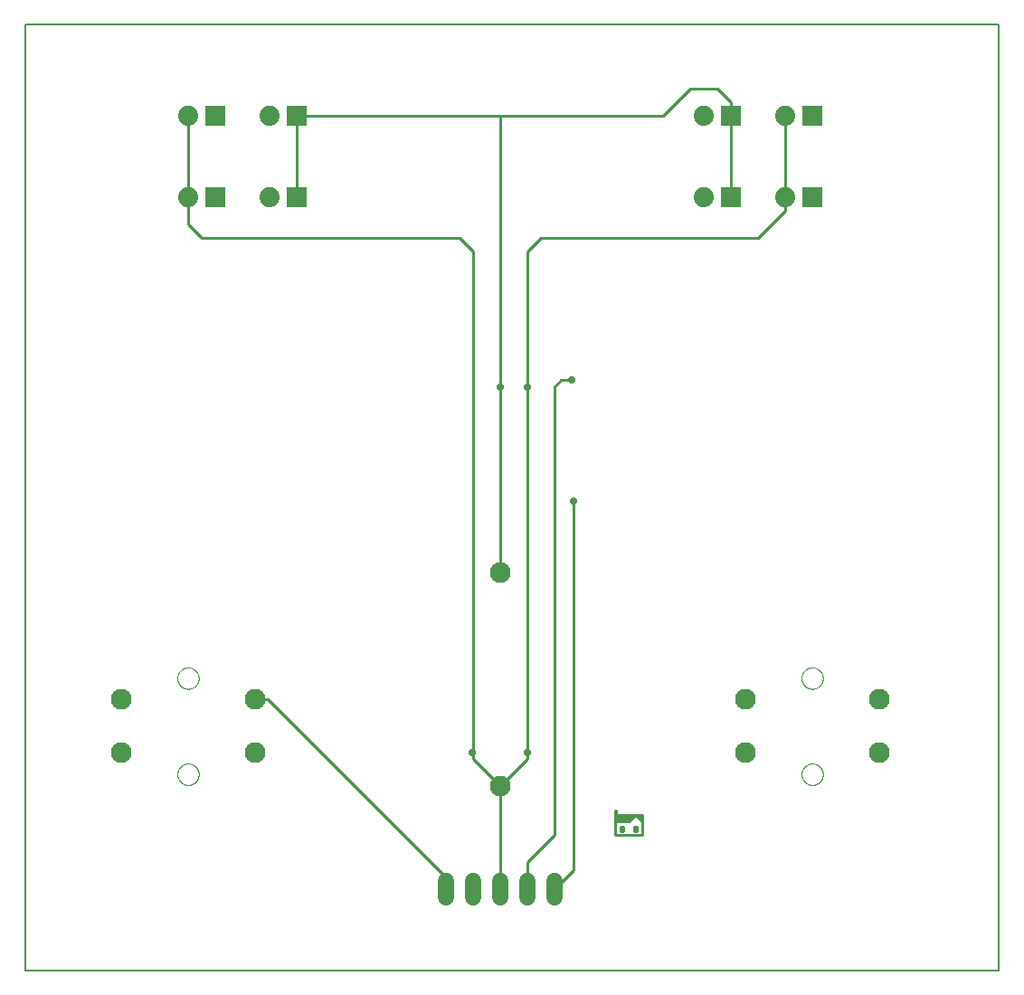
<source format=gbl>
G75*
%MOIN*%
%OFA0B0*%
%FSLAX25Y25*%
%IPPOS*%
%LPD*%
%AMOC8*
5,1,8,0,0,1.08239X$1,22.5*
%
%ADD10C,0.00600*%
%ADD11C,0.07677*%
%ADD12R,0.07400X0.07400*%
%ADD13C,0.07400*%
%ADD14C,0.00000*%
%ADD15C,0.01000*%
%ADD16C,0.06000*%
%ADD17C,0.02778*%
D10*
X0001300Y0001300D02*
X0001300Y0350001D01*
X0360001Y0350001D01*
X0360001Y0001300D01*
X0001300Y0001300D01*
D11*
X0036694Y0081457D03*
X0036694Y0101143D03*
X0085906Y0101143D03*
X0085906Y0081457D03*
X0176300Y0069213D03*
X0176300Y0147954D03*
X0266694Y0101143D03*
X0266694Y0081457D03*
X0315906Y0081457D03*
X0315906Y0101143D03*
D12*
X0291300Y0286300D03*
X0261300Y0286300D03*
X0261300Y0316300D03*
X0291300Y0316300D03*
X0101300Y0316300D03*
X0101300Y0286300D03*
X0071300Y0286300D03*
X0071300Y0316300D03*
D13*
X0061300Y0316300D03*
X0061300Y0286300D03*
X0091300Y0286300D03*
X0091300Y0316300D03*
X0251300Y0316300D03*
X0281300Y0316300D03*
X0281300Y0286300D03*
X0251300Y0286300D03*
D14*
X0287363Y0109017D02*
X0287365Y0109142D01*
X0287371Y0109267D01*
X0287381Y0109391D01*
X0287395Y0109515D01*
X0287412Y0109639D01*
X0287434Y0109762D01*
X0287460Y0109884D01*
X0287489Y0110006D01*
X0287522Y0110126D01*
X0287560Y0110245D01*
X0287600Y0110364D01*
X0287645Y0110480D01*
X0287693Y0110595D01*
X0287745Y0110709D01*
X0287801Y0110821D01*
X0287860Y0110931D01*
X0287922Y0111039D01*
X0287988Y0111146D01*
X0288057Y0111250D01*
X0288130Y0111351D01*
X0288205Y0111451D01*
X0288284Y0111548D01*
X0288366Y0111642D01*
X0288451Y0111734D01*
X0288538Y0111823D01*
X0288629Y0111909D01*
X0288722Y0111992D01*
X0288818Y0112073D01*
X0288916Y0112150D01*
X0289016Y0112224D01*
X0289119Y0112295D01*
X0289224Y0112362D01*
X0289332Y0112427D01*
X0289441Y0112487D01*
X0289552Y0112545D01*
X0289665Y0112598D01*
X0289779Y0112648D01*
X0289895Y0112695D01*
X0290012Y0112737D01*
X0290131Y0112776D01*
X0290251Y0112812D01*
X0290372Y0112843D01*
X0290494Y0112871D01*
X0290616Y0112894D01*
X0290740Y0112914D01*
X0290864Y0112930D01*
X0290988Y0112942D01*
X0291113Y0112950D01*
X0291238Y0112954D01*
X0291362Y0112954D01*
X0291487Y0112950D01*
X0291612Y0112942D01*
X0291736Y0112930D01*
X0291860Y0112914D01*
X0291984Y0112894D01*
X0292106Y0112871D01*
X0292228Y0112843D01*
X0292349Y0112812D01*
X0292469Y0112776D01*
X0292588Y0112737D01*
X0292705Y0112695D01*
X0292821Y0112648D01*
X0292935Y0112598D01*
X0293048Y0112545D01*
X0293159Y0112487D01*
X0293269Y0112427D01*
X0293376Y0112362D01*
X0293481Y0112295D01*
X0293584Y0112224D01*
X0293684Y0112150D01*
X0293782Y0112073D01*
X0293878Y0111992D01*
X0293971Y0111909D01*
X0294062Y0111823D01*
X0294149Y0111734D01*
X0294234Y0111642D01*
X0294316Y0111548D01*
X0294395Y0111451D01*
X0294470Y0111351D01*
X0294543Y0111250D01*
X0294612Y0111146D01*
X0294678Y0111039D01*
X0294740Y0110931D01*
X0294799Y0110821D01*
X0294855Y0110709D01*
X0294907Y0110595D01*
X0294955Y0110480D01*
X0295000Y0110364D01*
X0295040Y0110245D01*
X0295078Y0110126D01*
X0295111Y0110006D01*
X0295140Y0109884D01*
X0295166Y0109762D01*
X0295188Y0109639D01*
X0295205Y0109515D01*
X0295219Y0109391D01*
X0295229Y0109267D01*
X0295235Y0109142D01*
X0295237Y0109017D01*
X0295235Y0108892D01*
X0295229Y0108767D01*
X0295219Y0108643D01*
X0295205Y0108519D01*
X0295188Y0108395D01*
X0295166Y0108272D01*
X0295140Y0108150D01*
X0295111Y0108028D01*
X0295078Y0107908D01*
X0295040Y0107789D01*
X0295000Y0107670D01*
X0294955Y0107554D01*
X0294907Y0107439D01*
X0294855Y0107325D01*
X0294799Y0107213D01*
X0294740Y0107103D01*
X0294678Y0106995D01*
X0294612Y0106888D01*
X0294543Y0106784D01*
X0294470Y0106683D01*
X0294395Y0106583D01*
X0294316Y0106486D01*
X0294234Y0106392D01*
X0294149Y0106300D01*
X0294062Y0106211D01*
X0293971Y0106125D01*
X0293878Y0106042D01*
X0293782Y0105961D01*
X0293684Y0105884D01*
X0293584Y0105810D01*
X0293481Y0105739D01*
X0293376Y0105672D01*
X0293268Y0105607D01*
X0293159Y0105547D01*
X0293048Y0105489D01*
X0292935Y0105436D01*
X0292821Y0105386D01*
X0292705Y0105339D01*
X0292588Y0105297D01*
X0292469Y0105258D01*
X0292349Y0105222D01*
X0292228Y0105191D01*
X0292106Y0105163D01*
X0291984Y0105140D01*
X0291860Y0105120D01*
X0291736Y0105104D01*
X0291612Y0105092D01*
X0291487Y0105084D01*
X0291362Y0105080D01*
X0291238Y0105080D01*
X0291113Y0105084D01*
X0290988Y0105092D01*
X0290864Y0105104D01*
X0290740Y0105120D01*
X0290616Y0105140D01*
X0290494Y0105163D01*
X0290372Y0105191D01*
X0290251Y0105222D01*
X0290131Y0105258D01*
X0290012Y0105297D01*
X0289895Y0105339D01*
X0289779Y0105386D01*
X0289665Y0105436D01*
X0289552Y0105489D01*
X0289441Y0105547D01*
X0289331Y0105607D01*
X0289224Y0105672D01*
X0289119Y0105739D01*
X0289016Y0105810D01*
X0288916Y0105884D01*
X0288818Y0105961D01*
X0288722Y0106042D01*
X0288629Y0106125D01*
X0288538Y0106211D01*
X0288451Y0106300D01*
X0288366Y0106392D01*
X0288284Y0106486D01*
X0288205Y0106583D01*
X0288130Y0106683D01*
X0288057Y0106784D01*
X0287988Y0106888D01*
X0287922Y0106995D01*
X0287860Y0107103D01*
X0287801Y0107213D01*
X0287745Y0107325D01*
X0287693Y0107439D01*
X0287645Y0107554D01*
X0287600Y0107670D01*
X0287560Y0107789D01*
X0287522Y0107908D01*
X0287489Y0108028D01*
X0287460Y0108150D01*
X0287434Y0108272D01*
X0287412Y0108395D01*
X0287395Y0108519D01*
X0287381Y0108643D01*
X0287371Y0108767D01*
X0287365Y0108892D01*
X0287363Y0109017D01*
X0287363Y0073583D02*
X0287365Y0073708D01*
X0287371Y0073833D01*
X0287381Y0073957D01*
X0287395Y0074081D01*
X0287412Y0074205D01*
X0287434Y0074328D01*
X0287460Y0074450D01*
X0287489Y0074572D01*
X0287522Y0074692D01*
X0287560Y0074811D01*
X0287600Y0074930D01*
X0287645Y0075046D01*
X0287693Y0075161D01*
X0287745Y0075275D01*
X0287801Y0075387D01*
X0287860Y0075497D01*
X0287922Y0075605D01*
X0287988Y0075712D01*
X0288057Y0075816D01*
X0288130Y0075917D01*
X0288205Y0076017D01*
X0288284Y0076114D01*
X0288366Y0076208D01*
X0288451Y0076300D01*
X0288538Y0076389D01*
X0288629Y0076475D01*
X0288722Y0076558D01*
X0288818Y0076639D01*
X0288916Y0076716D01*
X0289016Y0076790D01*
X0289119Y0076861D01*
X0289224Y0076928D01*
X0289332Y0076993D01*
X0289441Y0077053D01*
X0289552Y0077111D01*
X0289665Y0077164D01*
X0289779Y0077214D01*
X0289895Y0077261D01*
X0290012Y0077303D01*
X0290131Y0077342D01*
X0290251Y0077378D01*
X0290372Y0077409D01*
X0290494Y0077437D01*
X0290616Y0077460D01*
X0290740Y0077480D01*
X0290864Y0077496D01*
X0290988Y0077508D01*
X0291113Y0077516D01*
X0291238Y0077520D01*
X0291362Y0077520D01*
X0291487Y0077516D01*
X0291612Y0077508D01*
X0291736Y0077496D01*
X0291860Y0077480D01*
X0291984Y0077460D01*
X0292106Y0077437D01*
X0292228Y0077409D01*
X0292349Y0077378D01*
X0292469Y0077342D01*
X0292588Y0077303D01*
X0292705Y0077261D01*
X0292821Y0077214D01*
X0292935Y0077164D01*
X0293048Y0077111D01*
X0293159Y0077053D01*
X0293269Y0076993D01*
X0293376Y0076928D01*
X0293481Y0076861D01*
X0293584Y0076790D01*
X0293684Y0076716D01*
X0293782Y0076639D01*
X0293878Y0076558D01*
X0293971Y0076475D01*
X0294062Y0076389D01*
X0294149Y0076300D01*
X0294234Y0076208D01*
X0294316Y0076114D01*
X0294395Y0076017D01*
X0294470Y0075917D01*
X0294543Y0075816D01*
X0294612Y0075712D01*
X0294678Y0075605D01*
X0294740Y0075497D01*
X0294799Y0075387D01*
X0294855Y0075275D01*
X0294907Y0075161D01*
X0294955Y0075046D01*
X0295000Y0074930D01*
X0295040Y0074811D01*
X0295078Y0074692D01*
X0295111Y0074572D01*
X0295140Y0074450D01*
X0295166Y0074328D01*
X0295188Y0074205D01*
X0295205Y0074081D01*
X0295219Y0073957D01*
X0295229Y0073833D01*
X0295235Y0073708D01*
X0295237Y0073583D01*
X0295235Y0073458D01*
X0295229Y0073333D01*
X0295219Y0073209D01*
X0295205Y0073085D01*
X0295188Y0072961D01*
X0295166Y0072838D01*
X0295140Y0072716D01*
X0295111Y0072594D01*
X0295078Y0072474D01*
X0295040Y0072355D01*
X0295000Y0072236D01*
X0294955Y0072120D01*
X0294907Y0072005D01*
X0294855Y0071891D01*
X0294799Y0071779D01*
X0294740Y0071669D01*
X0294678Y0071561D01*
X0294612Y0071454D01*
X0294543Y0071350D01*
X0294470Y0071249D01*
X0294395Y0071149D01*
X0294316Y0071052D01*
X0294234Y0070958D01*
X0294149Y0070866D01*
X0294062Y0070777D01*
X0293971Y0070691D01*
X0293878Y0070608D01*
X0293782Y0070527D01*
X0293684Y0070450D01*
X0293584Y0070376D01*
X0293481Y0070305D01*
X0293376Y0070238D01*
X0293268Y0070173D01*
X0293159Y0070113D01*
X0293048Y0070055D01*
X0292935Y0070002D01*
X0292821Y0069952D01*
X0292705Y0069905D01*
X0292588Y0069863D01*
X0292469Y0069824D01*
X0292349Y0069788D01*
X0292228Y0069757D01*
X0292106Y0069729D01*
X0291984Y0069706D01*
X0291860Y0069686D01*
X0291736Y0069670D01*
X0291612Y0069658D01*
X0291487Y0069650D01*
X0291362Y0069646D01*
X0291238Y0069646D01*
X0291113Y0069650D01*
X0290988Y0069658D01*
X0290864Y0069670D01*
X0290740Y0069686D01*
X0290616Y0069706D01*
X0290494Y0069729D01*
X0290372Y0069757D01*
X0290251Y0069788D01*
X0290131Y0069824D01*
X0290012Y0069863D01*
X0289895Y0069905D01*
X0289779Y0069952D01*
X0289665Y0070002D01*
X0289552Y0070055D01*
X0289441Y0070113D01*
X0289331Y0070173D01*
X0289224Y0070238D01*
X0289119Y0070305D01*
X0289016Y0070376D01*
X0288916Y0070450D01*
X0288818Y0070527D01*
X0288722Y0070608D01*
X0288629Y0070691D01*
X0288538Y0070777D01*
X0288451Y0070866D01*
X0288366Y0070958D01*
X0288284Y0071052D01*
X0288205Y0071149D01*
X0288130Y0071249D01*
X0288057Y0071350D01*
X0287988Y0071454D01*
X0287922Y0071561D01*
X0287860Y0071669D01*
X0287801Y0071779D01*
X0287745Y0071891D01*
X0287693Y0072005D01*
X0287645Y0072120D01*
X0287600Y0072236D01*
X0287560Y0072355D01*
X0287522Y0072474D01*
X0287489Y0072594D01*
X0287460Y0072716D01*
X0287434Y0072838D01*
X0287412Y0072961D01*
X0287395Y0073085D01*
X0287381Y0073209D01*
X0287371Y0073333D01*
X0287365Y0073458D01*
X0287363Y0073583D01*
X0057363Y0073583D02*
X0057365Y0073708D01*
X0057371Y0073833D01*
X0057381Y0073957D01*
X0057395Y0074081D01*
X0057412Y0074205D01*
X0057434Y0074328D01*
X0057460Y0074450D01*
X0057489Y0074572D01*
X0057522Y0074692D01*
X0057560Y0074811D01*
X0057600Y0074930D01*
X0057645Y0075046D01*
X0057693Y0075161D01*
X0057745Y0075275D01*
X0057801Y0075387D01*
X0057860Y0075497D01*
X0057922Y0075605D01*
X0057988Y0075712D01*
X0058057Y0075816D01*
X0058130Y0075917D01*
X0058205Y0076017D01*
X0058284Y0076114D01*
X0058366Y0076208D01*
X0058451Y0076300D01*
X0058538Y0076389D01*
X0058629Y0076475D01*
X0058722Y0076558D01*
X0058818Y0076639D01*
X0058916Y0076716D01*
X0059016Y0076790D01*
X0059119Y0076861D01*
X0059224Y0076928D01*
X0059332Y0076993D01*
X0059441Y0077053D01*
X0059552Y0077111D01*
X0059665Y0077164D01*
X0059779Y0077214D01*
X0059895Y0077261D01*
X0060012Y0077303D01*
X0060131Y0077342D01*
X0060251Y0077378D01*
X0060372Y0077409D01*
X0060494Y0077437D01*
X0060616Y0077460D01*
X0060740Y0077480D01*
X0060864Y0077496D01*
X0060988Y0077508D01*
X0061113Y0077516D01*
X0061238Y0077520D01*
X0061362Y0077520D01*
X0061487Y0077516D01*
X0061612Y0077508D01*
X0061736Y0077496D01*
X0061860Y0077480D01*
X0061984Y0077460D01*
X0062106Y0077437D01*
X0062228Y0077409D01*
X0062349Y0077378D01*
X0062469Y0077342D01*
X0062588Y0077303D01*
X0062705Y0077261D01*
X0062821Y0077214D01*
X0062935Y0077164D01*
X0063048Y0077111D01*
X0063159Y0077053D01*
X0063269Y0076993D01*
X0063376Y0076928D01*
X0063481Y0076861D01*
X0063584Y0076790D01*
X0063684Y0076716D01*
X0063782Y0076639D01*
X0063878Y0076558D01*
X0063971Y0076475D01*
X0064062Y0076389D01*
X0064149Y0076300D01*
X0064234Y0076208D01*
X0064316Y0076114D01*
X0064395Y0076017D01*
X0064470Y0075917D01*
X0064543Y0075816D01*
X0064612Y0075712D01*
X0064678Y0075605D01*
X0064740Y0075497D01*
X0064799Y0075387D01*
X0064855Y0075275D01*
X0064907Y0075161D01*
X0064955Y0075046D01*
X0065000Y0074930D01*
X0065040Y0074811D01*
X0065078Y0074692D01*
X0065111Y0074572D01*
X0065140Y0074450D01*
X0065166Y0074328D01*
X0065188Y0074205D01*
X0065205Y0074081D01*
X0065219Y0073957D01*
X0065229Y0073833D01*
X0065235Y0073708D01*
X0065237Y0073583D01*
X0065235Y0073458D01*
X0065229Y0073333D01*
X0065219Y0073209D01*
X0065205Y0073085D01*
X0065188Y0072961D01*
X0065166Y0072838D01*
X0065140Y0072716D01*
X0065111Y0072594D01*
X0065078Y0072474D01*
X0065040Y0072355D01*
X0065000Y0072236D01*
X0064955Y0072120D01*
X0064907Y0072005D01*
X0064855Y0071891D01*
X0064799Y0071779D01*
X0064740Y0071669D01*
X0064678Y0071561D01*
X0064612Y0071454D01*
X0064543Y0071350D01*
X0064470Y0071249D01*
X0064395Y0071149D01*
X0064316Y0071052D01*
X0064234Y0070958D01*
X0064149Y0070866D01*
X0064062Y0070777D01*
X0063971Y0070691D01*
X0063878Y0070608D01*
X0063782Y0070527D01*
X0063684Y0070450D01*
X0063584Y0070376D01*
X0063481Y0070305D01*
X0063376Y0070238D01*
X0063268Y0070173D01*
X0063159Y0070113D01*
X0063048Y0070055D01*
X0062935Y0070002D01*
X0062821Y0069952D01*
X0062705Y0069905D01*
X0062588Y0069863D01*
X0062469Y0069824D01*
X0062349Y0069788D01*
X0062228Y0069757D01*
X0062106Y0069729D01*
X0061984Y0069706D01*
X0061860Y0069686D01*
X0061736Y0069670D01*
X0061612Y0069658D01*
X0061487Y0069650D01*
X0061362Y0069646D01*
X0061238Y0069646D01*
X0061113Y0069650D01*
X0060988Y0069658D01*
X0060864Y0069670D01*
X0060740Y0069686D01*
X0060616Y0069706D01*
X0060494Y0069729D01*
X0060372Y0069757D01*
X0060251Y0069788D01*
X0060131Y0069824D01*
X0060012Y0069863D01*
X0059895Y0069905D01*
X0059779Y0069952D01*
X0059665Y0070002D01*
X0059552Y0070055D01*
X0059441Y0070113D01*
X0059331Y0070173D01*
X0059224Y0070238D01*
X0059119Y0070305D01*
X0059016Y0070376D01*
X0058916Y0070450D01*
X0058818Y0070527D01*
X0058722Y0070608D01*
X0058629Y0070691D01*
X0058538Y0070777D01*
X0058451Y0070866D01*
X0058366Y0070958D01*
X0058284Y0071052D01*
X0058205Y0071149D01*
X0058130Y0071249D01*
X0058057Y0071350D01*
X0057988Y0071454D01*
X0057922Y0071561D01*
X0057860Y0071669D01*
X0057801Y0071779D01*
X0057745Y0071891D01*
X0057693Y0072005D01*
X0057645Y0072120D01*
X0057600Y0072236D01*
X0057560Y0072355D01*
X0057522Y0072474D01*
X0057489Y0072594D01*
X0057460Y0072716D01*
X0057434Y0072838D01*
X0057412Y0072961D01*
X0057395Y0073085D01*
X0057381Y0073209D01*
X0057371Y0073333D01*
X0057365Y0073458D01*
X0057363Y0073583D01*
X0057363Y0109017D02*
X0057365Y0109142D01*
X0057371Y0109267D01*
X0057381Y0109391D01*
X0057395Y0109515D01*
X0057412Y0109639D01*
X0057434Y0109762D01*
X0057460Y0109884D01*
X0057489Y0110006D01*
X0057522Y0110126D01*
X0057560Y0110245D01*
X0057600Y0110364D01*
X0057645Y0110480D01*
X0057693Y0110595D01*
X0057745Y0110709D01*
X0057801Y0110821D01*
X0057860Y0110931D01*
X0057922Y0111039D01*
X0057988Y0111146D01*
X0058057Y0111250D01*
X0058130Y0111351D01*
X0058205Y0111451D01*
X0058284Y0111548D01*
X0058366Y0111642D01*
X0058451Y0111734D01*
X0058538Y0111823D01*
X0058629Y0111909D01*
X0058722Y0111992D01*
X0058818Y0112073D01*
X0058916Y0112150D01*
X0059016Y0112224D01*
X0059119Y0112295D01*
X0059224Y0112362D01*
X0059332Y0112427D01*
X0059441Y0112487D01*
X0059552Y0112545D01*
X0059665Y0112598D01*
X0059779Y0112648D01*
X0059895Y0112695D01*
X0060012Y0112737D01*
X0060131Y0112776D01*
X0060251Y0112812D01*
X0060372Y0112843D01*
X0060494Y0112871D01*
X0060616Y0112894D01*
X0060740Y0112914D01*
X0060864Y0112930D01*
X0060988Y0112942D01*
X0061113Y0112950D01*
X0061238Y0112954D01*
X0061362Y0112954D01*
X0061487Y0112950D01*
X0061612Y0112942D01*
X0061736Y0112930D01*
X0061860Y0112914D01*
X0061984Y0112894D01*
X0062106Y0112871D01*
X0062228Y0112843D01*
X0062349Y0112812D01*
X0062469Y0112776D01*
X0062588Y0112737D01*
X0062705Y0112695D01*
X0062821Y0112648D01*
X0062935Y0112598D01*
X0063048Y0112545D01*
X0063159Y0112487D01*
X0063269Y0112427D01*
X0063376Y0112362D01*
X0063481Y0112295D01*
X0063584Y0112224D01*
X0063684Y0112150D01*
X0063782Y0112073D01*
X0063878Y0111992D01*
X0063971Y0111909D01*
X0064062Y0111823D01*
X0064149Y0111734D01*
X0064234Y0111642D01*
X0064316Y0111548D01*
X0064395Y0111451D01*
X0064470Y0111351D01*
X0064543Y0111250D01*
X0064612Y0111146D01*
X0064678Y0111039D01*
X0064740Y0110931D01*
X0064799Y0110821D01*
X0064855Y0110709D01*
X0064907Y0110595D01*
X0064955Y0110480D01*
X0065000Y0110364D01*
X0065040Y0110245D01*
X0065078Y0110126D01*
X0065111Y0110006D01*
X0065140Y0109884D01*
X0065166Y0109762D01*
X0065188Y0109639D01*
X0065205Y0109515D01*
X0065219Y0109391D01*
X0065229Y0109267D01*
X0065235Y0109142D01*
X0065237Y0109017D01*
X0065235Y0108892D01*
X0065229Y0108767D01*
X0065219Y0108643D01*
X0065205Y0108519D01*
X0065188Y0108395D01*
X0065166Y0108272D01*
X0065140Y0108150D01*
X0065111Y0108028D01*
X0065078Y0107908D01*
X0065040Y0107789D01*
X0065000Y0107670D01*
X0064955Y0107554D01*
X0064907Y0107439D01*
X0064855Y0107325D01*
X0064799Y0107213D01*
X0064740Y0107103D01*
X0064678Y0106995D01*
X0064612Y0106888D01*
X0064543Y0106784D01*
X0064470Y0106683D01*
X0064395Y0106583D01*
X0064316Y0106486D01*
X0064234Y0106392D01*
X0064149Y0106300D01*
X0064062Y0106211D01*
X0063971Y0106125D01*
X0063878Y0106042D01*
X0063782Y0105961D01*
X0063684Y0105884D01*
X0063584Y0105810D01*
X0063481Y0105739D01*
X0063376Y0105672D01*
X0063268Y0105607D01*
X0063159Y0105547D01*
X0063048Y0105489D01*
X0062935Y0105436D01*
X0062821Y0105386D01*
X0062705Y0105339D01*
X0062588Y0105297D01*
X0062469Y0105258D01*
X0062349Y0105222D01*
X0062228Y0105191D01*
X0062106Y0105163D01*
X0061984Y0105140D01*
X0061860Y0105120D01*
X0061736Y0105104D01*
X0061612Y0105092D01*
X0061487Y0105084D01*
X0061362Y0105080D01*
X0061238Y0105080D01*
X0061113Y0105084D01*
X0060988Y0105092D01*
X0060864Y0105104D01*
X0060740Y0105120D01*
X0060616Y0105140D01*
X0060494Y0105163D01*
X0060372Y0105191D01*
X0060251Y0105222D01*
X0060131Y0105258D01*
X0060012Y0105297D01*
X0059895Y0105339D01*
X0059779Y0105386D01*
X0059665Y0105436D01*
X0059552Y0105489D01*
X0059441Y0105547D01*
X0059331Y0105607D01*
X0059224Y0105672D01*
X0059119Y0105739D01*
X0059016Y0105810D01*
X0058916Y0105884D01*
X0058818Y0105961D01*
X0058722Y0106042D01*
X0058629Y0106125D01*
X0058538Y0106211D01*
X0058451Y0106300D01*
X0058366Y0106392D01*
X0058284Y0106486D01*
X0058205Y0106583D01*
X0058130Y0106683D01*
X0058057Y0106784D01*
X0057988Y0106888D01*
X0057922Y0106995D01*
X0057860Y0107103D01*
X0057801Y0107213D01*
X0057745Y0107325D01*
X0057693Y0107439D01*
X0057645Y0107554D01*
X0057600Y0107670D01*
X0057560Y0107789D01*
X0057522Y0107908D01*
X0057489Y0108028D01*
X0057460Y0108150D01*
X0057434Y0108272D01*
X0057412Y0108395D01*
X0057395Y0108519D01*
X0057381Y0108643D01*
X0057371Y0108767D01*
X0057365Y0108892D01*
X0057363Y0109017D01*
D15*
X0085906Y0101143D02*
X0090709Y0101143D01*
X0156300Y0035552D01*
X0156300Y0031300D01*
X0176300Y0031300D02*
X0176300Y0069213D01*
X0176300Y0069300D01*
X0166300Y0079300D01*
X0166300Y0081300D01*
X0166143Y0081457D01*
X0166300Y0081300D02*
X0166300Y0266300D01*
X0161300Y0271300D01*
X0066300Y0271300D01*
X0061300Y0276300D01*
X0061300Y0286300D01*
X0061300Y0316300D01*
X0101300Y0316300D02*
X0101300Y0286300D01*
X0101300Y0316300D02*
X0176300Y0316300D01*
X0236300Y0316300D01*
X0246300Y0326300D01*
X0256300Y0326300D01*
X0261300Y0321300D01*
X0261300Y0316300D01*
X0261300Y0286300D01*
X0271300Y0271300D02*
X0281300Y0281300D01*
X0281300Y0286300D01*
X0281300Y0316300D01*
X0271300Y0271300D02*
X0191300Y0271300D01*
X0186300Y0266300D01*
X0186300Y0216300D01*
X0186300Y0081300D01*
X0186457Y0081457D01*
X0186300Y0081300D02*
X0186300Y0079213D01*
X0176300Y0069213D01*
X0196300Y0051300D02*
X0186300Y0041300D01*
X0186300Y0031300D01*
X0196300Y0031300D02*
X0203300Y0038300D01*
X0203300Y0174300D01*
X0176300Y0147954D02*
X0176300Y0216300D01*
X0176300Y0316300D01*
X0198800Y0218800D02*
X0196300Y0216300D01*
X0196300Y0051300D01*
X0218603Y0051182D02*
X0218603Y0056182D01*
X0223603Y0056182D01*
X0226103Y0058682D01*
X0228603Y0056182D01*
X0228603Y0051182D01*
X0218603Y0051182D01*
X0220603Y0052682D02*
X0220603Y0054182D01*
X0221603Y0054182D01*
X0221603Y0052682D01*
X0220603Y0052682D01*
X0218603Y0056182D02*
X0218603Y0058682D01*
X0226103Y0058682D01*
X0228603Y0058682D01*
X0228603Y0056182D01*
X0228103Y0057682D02*
X0227603Y0058182D01*
X0228103Y0058182D01*
X0224603Y0058182D02*
X0223603Y0057182D01*
X0219103Y0057182D01*
X0219103Y0058182D01*
X0223603Y0058182D01*
X0225603Y0054182D02*
X0225603Y0052682D01*
X0226603Y0052682D01*
X0226603Y0054182D01*
X0225603Y0054182D01*
X0219103Y0059182D02*
X0219103Y0060182D01*
X0218603Y0060182D01*
X0218603Y0058682D01*
X0202800Y0218800D02*
X0198800Y0218800D01*
D16*
X0196300Y0034300D02*
X0196300Y0028300D01*
X0186300Y0028300D02*
X0186300Y0034300D01*
X0176300Y0034300D02*
X0176300Y0028300D01*
X0166300Y0028300D02*
X0166300Y0034300D01*
X0156300Y0034300D02*
X0156300Y0028300D01*
D17*
X0166143Y0081457D03*
X0186457Y0081457D03*
X0203300Y0174300D03*
X0186300Y0216300D03*
X0176300Y0216300D03*
X0202800Y0218800D03*
M02*

</source>
